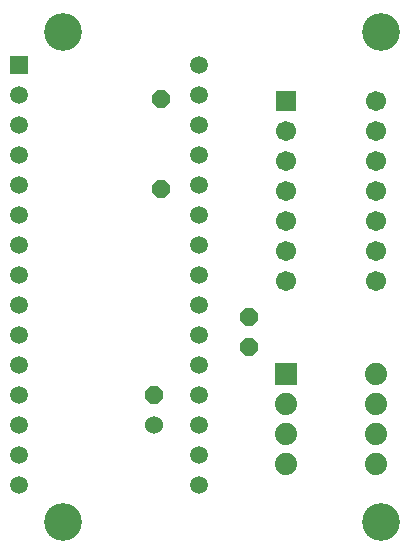
<source format=gbr>
G04 EAGLE Gerber X2 export*
G75*
%MOMM*%
%FSLAX34Y34*%
%LPD*%
%AMOC8*
5,1,8,0,0,1.08239X$1,22.5*%
G01*
%ADD10C,3.203200*%
%ADD11P,1.649562X8X112.500000*%
%ADD12C,1.524000*%
%ADD13P,1.649562X8X292.500000*%
%ADD14R,1.701800X1.701800*%
%ADD15C,1.701800*%
%ADD16R,1.879600X1.879600*%
%ADD17C,1.879600*%
%ADD18R,1.511200X1.511200*%
%ADD19C,1.511200*%


D10*
X60240Y27540D03*
X330240Y27540D03*
X60240Y442460D03*
X330240Y442460D03*
D11*
X137400Y134700D03*
D12*
X137400Y109300D03*
D13*
X218440Y200660D03*
X218440Y175260D03*
X143416Y385732D03*
X143416Y309532D03*
D14*
X249400Y384208D03*
D15*
X249400Y358808D03*
X249400Y333408D03*
X249400Y308008D03*
X249400Y282608D03*
X249400Y257208D03*
X249400Y231808D03*
X325600Y231808D03*
X325600Y257208D03*
X325600Y282608D03*
X325600Y308008D03*
X325600Y333408D03*
X325600Y358808D03*
X325600Y384208D03*
D16*
X249400Y152560D03*
D17*
X249400Y127160D03*
X249400Y101760D03*
X249400Y76360D03*
X325600Y76360D03*
X325600Y101760D03*
X325600Y127160D03*
X325600Y152560D03*
D18*
X23100Y414100D03*
D19*
X23100Y388700D03*
X23100Y363300D03*
X23100Y337900D03*
X23100Y312500D03*
X23100Y287100D03*
X23100Y261700D03*
X23100Y236300D03*
X23100Y210900D03*
X23100Y185500D03*
X23100Y160100D03*
X23100Y134700D03*
X23100Y109300D03*
X23100Y83900D03*
X23100Y58500D03*
X175500Y58500D03*
X175500Y83900D03*
X175500Y109300D03*
X175500Y134700D03*
X175500Y160100D03*
X175500Y185500D03*
X175500Y210900D03*
X175500Y236300D03*
X175500Y261700D03*
X175500Y287100D03*
X175500Y312500D03*
X175500Y337900D03*
X175500Y363300D03*
X175500Y388700D03*
X175500Y414100D03*
M02*

</source>
